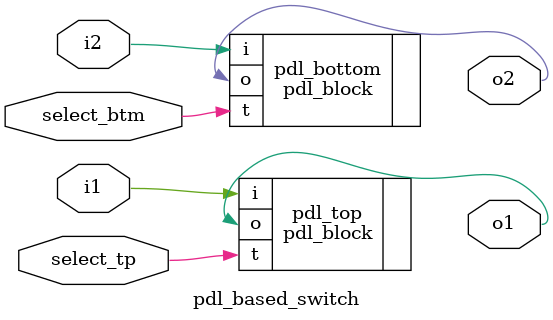
<source format=v>
`timescale 1ns / 1ps
module pdl_based_switch(i1, i2, select_tp, select_btm, o1, o2);

    input wire i1, i2;
    input wire select_tp, select_btm;
    output wire o1, o2;
	 
//	 reg [1:0] p;
//	 reg [1:0] q;
	 
//	 always @(I or sel or O)
//	 begin
//	 p[0] = I[0];
//	 p[1] = I[1];
//	 
//	 
//	 q[0] = I[1];
//	 q[1] = I[0];

	(* KEEP_HIERARCHY="TRUE" *) pdl_block pdl_top (.i(i1), .o(o1), .t(select_tp));
	(* KEEP_HIERARCHY="TRUE" *) pdl_block pdl_bottom (.i(i2), .o(o2), .t(select_btm));
//	 end

endmodule
</source>
